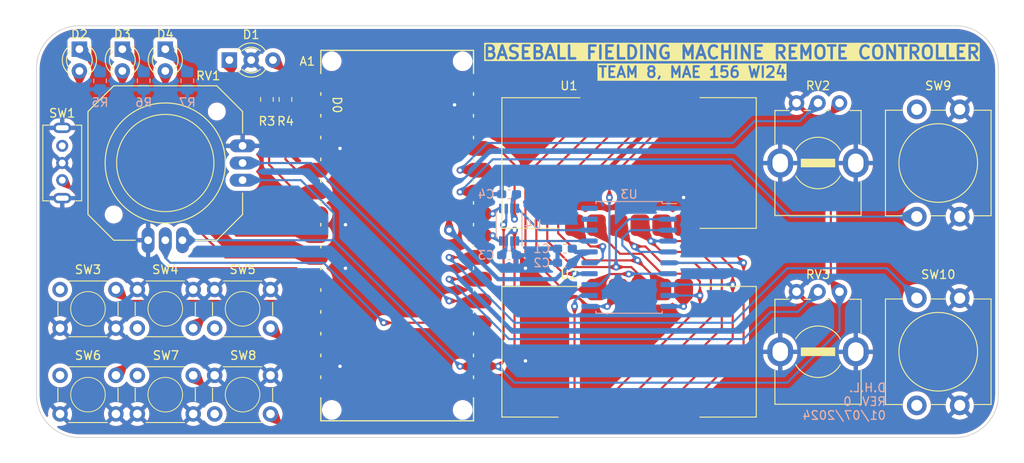
<source format=kicad_pcb>
(kicad_pcb (version 20221018) (generator pcbnew)
  (title_block (title "Remote Controller V1") (date "2024-01-01") (rev "0"))
  (layers (0 "F.Cu" signal) (31 "B.Cu" signal) (34 "B.Paste" user) (35 "F.Paste" user) (36 "B.SilkS" user "B.Silkscreen") (37 "F.SilkS" user "F.Silkscreen") (38 "B.Mask" user) (39 "F.Mask" user) (44 "Edge.Cuts" user))
  (net 0 "")
  (net 4 "GND")
  (net 6 "/CLK")
  (net 7 "/DIO")
  (net 8 "+5V")
  (net 10 "/GRID1")
  (net 11 "/SEG8")
  (net 12 "/SEG4")
  (net 13 "/SEG3")
  (net 14 "/SEG7")
  (net 15 "/SEG5")
  (net 16 "/GRID3")
  (net 17 "/SEG2")
  (net 18 "/SEG1")
  (net 19 "/GRID2")
  (net 20 "/SEG6")
  (net 21 "/GRID4")
  (net 22 "/GRID6")
  (net 23 "/GRID5")
  (net 27 "+3.3V")
  (net 28 "/A7")
  (net 29 "/A6")
  (net 30 "/A3")
  (net 31 "/A2")
  (net 32 "/A1")
  (net 33 "/A0")
  (net 34 "Net-(D2-K)")
  (net 35 "Net-(D3-K)")
  (net 36 "Net-(D4-K)")
  (net 37 "Net-(D1-A1)")
  (net 38 "Net-(D1-A2)")
  (net 39 "/D13")
  (net 40 "/D12")
  (net 41 "/D11")
  (net 42 "/D10")
  (net 43 "/D9")
  (net 44 "/D8")
  (net 45 "/D7")
  (net 46 "/D6")
  (net 47 "/D5")
  (net 48 "/D4")
  (net 49 "/D3")
  (net 50 "/D2")
  (net 51 "/CLK_5V")
  (net 52 "/DIO_5V")
  (net 53 "/OE")
  (footprint "Footprint Library:SW_PUSH_CUI_TS02-66-xxx-BK-xxx-xxx-D" (layer "F.Cu") (at 111.75 103.75)
    (fp_text reference "SW5" (at 3.25 -2.32) (layer "F.SilkS"))
    (fp_text value "TS12-66")
    (pad "1" thru_hole circle (at 0 0 90) (size 1.8 1.8) (drill 1) (layers "*.Cu" "*.Mask") (net 4 "GND"))
    (pad "1" thru_hole circle (at 6.5 0 90) (size 1.8 1.8) (drill 1) (layers "*.Cu" "*.Mask") (net 4 "GND"))
    (pad "2" thru_hole circle (at 0 4.5 90) (size 1.8 1.8) (drill 1) (layers "*.Cu" "*.Mask") (net 42 "/D10"))
    (pad "2" thru_hole circle (at 6.5 4.5 90) (size 1.8 1.8) (drill 1) (layers "*.Cu" "*.Mask") (net 42 "/D10"))
  )
  (footprint "Resistor_SMD:R_0805_2012Metric_Pad1.20x1.40mm_HandSolder" (layer "F.Cu") (at 119.995 81.585 90)
    (fp_text reference "R4" (at -2.54 0 180) (layer "F.SilkS"))
    (fp_text value "52.3")
    (pad "1" smd roundrect (at -1 0 90) (size 1.2 1.4) (layers "F.Cu" "F.Paste" "F.Mask") (roundrect_rratio 0.2083333333) (net 50 "/D2"))
    (pad "2" smd roundrect (at 1 0 90) (size 1.2 1.4) (layers "F.Cu" "F.Paste" "F.Mask") (roundrect_rratio 0.2083333333) (net 38 "Net-(D1-A2)"))
  )
  (footprint "Footprint Library:ChromeLED_SDTx39xx2W" (layer "F.Cu") (at 160 89)
    (fp_text reference "U1" (at -7 -9 unlocked) (layer "F.SilkS"))
    (fp_text value "SDTx39xx2W")
    (pad "1" smd roundrect (at -6.35 7.25) (size 2.2 2.5) (layers "F.Cu" "F.Paste" "F.Mask") (net 10 "/GRID1"))
    (pad "2" smd roundrect (at -3.81 7.25) (size 2.2 2.5) (layers "F.Cu" "F.Paste" "F.Mask") (net 11 "/SEG8"))
    (pad "3" smd roundrect (at -1.27 7.25) (size 2.2 2.5) (layers "F.Cu" "F.Paste" "F.Mask") (net 12 "/SEG4"))
    (pad "4" smd roundrect (at 1.27 7.25) (size 2.2 2.5) (layers "F.Cu" "F.Paste" "F.Mask") (net 13 "/SEG3"))
    (pad "5" smd roundrect (at 3.81 7.25) (size 2.2 2.5) (layers "F.Cu" "F.Paste" "F.Mask") (net 14 "/SEG7"))
    (pad "6" smd roundrect (at 6.35 7.25) (size 2.2 2.5) (layers "F.Cu" "F.Paste" "F.Mask") (net 15 "/SEG5"))
    (pad "7" smd roundrect (at 6.35 -7.25) (size 2.2 2.5) (layers "F.Cu" "F.Paste" "F.Mask") (net 16 "/GRID3"))
    (pad "8" smd roundrect (at 3.81 -7.25) (size 2.2 2.5) (layers "F.Cu" "F.Paste" "F.Mask") (net 17 "/SEG2"))
    (pad "9" smd roundrect (at 1.27 -7.25) (size 2.2 2.5) (layers "F.Cu" "F.Paste" "F.Mask") (net 18 "/SEG1"))
    (pad "10" smd roundrect (at -1.27 -7.25) (size 2.2 2.5) (layers "F.Cu" "F.Paste" "F.Mask") (net 19 "/GRID2"))
    (pad "11" smd roundrect (at -3.81 -7.25) (size 2.2 2.5) (layers "F.Cu" "F.Paste" "F.Mask") (net 20 "/SEG6"))
  )
  (footprint "Resistor_SMD:R_0805_2012Metric_Pad1.20x1.40mm_HandSolder" (layer "F.Cu") (at 117.836 81.585 90)
    (fp_text reference "R3" (at -2.54 0 180) (layer "F.SilkS"))
    (fp_text value "52.3")
    (pad "1" smd roundrect (at -1 0 90) (size 1.2 1.4) (layers "F.Cu" "F.Paste" "F.Mask") (roundrect_rratio 0.2083333333) (net 49 "/D3"))
    (pad "2" smd roundrect (at 1 0 90) (size 1.2 1.4) (layers "F.Cu" "F.Paste" "F.Mask") (roundrect_rratio 0.2083333333) (net 37 "Net-(D1-A1)"))
  )
  (footprint "Footprint Library:SW_PUSH-CUI-TS12-1212-xxx-BK-xxx-SCR-D" (layer "F.Cu") (at 193.5 117.25 90)
    (fp_text reference "SW10" (at 15.25 2.5 180) (layer "F.SilkS"))
    (fp_text value "TS12-1212")
    (pad "1" thru_hole circle (at 0 0 90) (size 2.3 2.3) (drill 1.3) (layers "*.Cu" "*.Mask") (net 30 "/A3"))
    (pad "1" thru_hole circle (at 12.5 0 90) (size 2.3 2.3) (drill 1.3) (layers "*.Cu" "*.Mask") (net 30 "/A3"))
    (pad "2" thru_hole circle (at 0 5 90) (size 2.3 2.3) (drill 1.3) (layers "*.Cu" "*.Mask") (net 4 "GND"))
    (pad "2" thru_hole circle (at 12.5 5 90) (size 2.3 2.3) (drill 1.3) (layers "*.Cu" "*.Mask") (net 4 "GND"))
  )
  (footprint "Footprint Library:SW_PUSH-CUI-TS12-1212-xxx-BK-xxx-SCR-D" (layer "F.Cu") (at 193.5 95.25 90)
    (fp_text reference "SW9" (at 15.25 2.5 180) (layer "F.SilkS"))
    (fp_text value "TS12-1212")
    (pad "1" thru_hole circle (at 0 0 90) (size 2.3 2.3) (drill 1.3) (layers "*.Cu" "*.Mask") (net 29 "/A6"))
    (pad "1" thru_hole circle (at 12.5 0 90) (size 2.3 2.3) (drill 1.3) (layers "*.Cu" "*.Mask") (net 29 "/A6"))
    (pad "2" thru_hole circle (at 0 5 90) (size 2.3 2.3) (drill 1.3) (layers "*.Cu" "*.Mask") (net 4 "GND"))
    (pad "2" thru_hole circle (at 12.5 5 90) (size 2.3 2.3) (drill 1.3) (layers "*.Cu" "*.Mask") (net 4 "GND"))
  )
  (footprint "LED_THT:LED_D3.0mm-3" (layer "F.Cu") (at 113.46 77)
    (fp_text reference "D1" (at 2.54 -2.96) (layer "F.SilkS"))
    (fp_text value "LTL1BEKVJNN")
    (pad "1" thru_hole rect (at 0 0) (size 1.8 1.8) (drill 0.9) (layers "*.Cu" "*.Mask") (net 37 "Net-(D1-A1)"))
    (pad "2" thru_hole circle (at 2.54 0) (size 1.8 1.8) (drill 0.9) (layers "*.Cu" "*.Mask") (net 4 "GND"))
    (pad "3" thru_hole circle (at 5.08 0) (size 1.8 1.8) (drill 0.9) (layers "*.Cu" "*.Mask") (net 38 "Net-(D1-A2)"))
  )
  (footprint "Footprint Library:SW_PUSH_CUI_TS02-66-xxx-BK-xxx-xxx-D" (layer "F.Cu") (at 93.75 103.75)
    (fp_text reference "SW3" (at 3.25 -2.32) (layer "F.SilkS"))
    (fp_text value "TS12-66")
    (pad "1" thru_hole circle (at 0 0 90) (size 1.8 1.8) (drill 1) (layers "*.Cu" "*.Mask") (net 44 "/D8"))
    (pad "1" thru_hole circle (at 6.5 0 90) (size 1.8 1.8) (drill 1) (layers "*.Cu" "*.Mask") (net 44 "/D8"))
    (pad "2" thru_hole circle (at 0 4.5 90) (size 1.8 1.8) (drill 1) (layers "*.Cu" "*.Mask") (net 4 "GND"))
    (pad "2" thru_hole circle (at 6.5 4.5 90) (size 1.8 1.8) (drill 1) (layers "*.Cu" "*.Mask") (net 4 "GND"))
  )
  (footprint "LED_THT:LED_D3.0mm" (layer "F.Cu") (at 96 75.73 -90)
    (fp_text reference "D2" (at -1.73 0 -180) (layer "F.SilkS"))
    (fp_text value "151031")
    (pad "1" thru_hole rect (at 0 0 270) (size 1.8 1.8) (drill 0.9) (layers "*.Cu" "*.Mask") (net 34 "Net-(D2-K)"))
    (pad "2" thru_hole circle (at 2.54 0 270) (size 1.8 1.8) (drill 0.9) (layers "*.Cu" "*.Mask") (net 46 "/D6"))
  )
  (footprint "Footprint Library:Potentiometer_CUI_PT01-Dxxxx-xxxx" (layer "F.Cu") (at 184.5 82 -90)
    (fp_text reference "RV2" (at -2 2.5 -180) (layer "F.SilkS"))
    (fp_text value "PT01-D")
    (pad "" smd rect (at 7 2.5 270) (size 1 4) (layers "F.SilkS"))
    (pad "1" thru_hole circle (at 0 0 270) (size 1.8 1.8) (drill 1) (layers "*.Cu" "*.Mask") (net 27 "+3.3V"))
    (pad "2" thru_hole circle (at 0 2.5 270) (size 1.8 1.8) (drill 1) (layers "*.Cu" "*.Mask") (net 28 "/A7"))
    (pad "3" thru_hole circle (at 0 5 270) (size 1.8 1.8) (drill 1) (layers "*.Cu" "*.Mask") (net 4 "GND"))
    (pad "3" thru_hole oval (at 7 -1.9 270) (size 3.4 3) (drill oval 2.2 1.8) (layers "*.Cu" "*.Mask") (net 4 "GND"))
    (pad "3" thru_hole oval (at 7 6.9 270) (size 3.4 3) (drill oval 2.2 1.8) (layers "*.Cu" "*.Mask") (net 4 "GND"))
  )
  (footprint "PCM_arduino-library:Arduino_Nano_ESP32_Tile" (layer "F.Cu") (at 133 119.05)
    (fp_text reference "A1" (at -10.465 -41.91) (layer "F.SilkS"))
    (fp_text value "Arduino_Nano_ESP32_Tile")
    (fp_text user "D0" (at -7 -36.83 -90 unlocked) (layer "F.SilkS"))
    (pad "" np_thru_hole circle (at -7.62 -41.91) (size 1.8 1.8) (drill 1.8) (layers "F&B.Cu" "*.Mask"))
    (pad "" np_thru_hole circle (at -7.62 -1.27) (size 1.8 1.8) (drill 1.8) (layers "F&B.Cu" "*.Mask"))
    (pad "" np_thru_hole circle (at 7.62 -41.91) (size 1.8 1.8) (drill 1.8) (layers "F&B.Cu" "*.Mask"))
    (pad "" np_thru_hole circle (at 7.62 -1.27) (size 1.8 1.8) (drill 1.8) (layers "F&B.Cu" "*.Mask"))
    (pad "3V3" smd oval (at 9.525 -6.35) (size 2.9972 1.7272) (layers "F.Cu" "F.Paste" "F.Mask") (net 27 "+3.3V"))
    (pad "5V" smd oval (at 9.525 -31.75) (size 2.9972 1.7272) (layers "F.Cu" "F.Paste" "F.Mask") (net 8 "+5V"))
    (pad "A0" smd oval (at 9.525 -11.43) (size 2.9972 1.7272) (layers "F.Cu" "F.Paste" "F.Mask") (net 33 "/A0"))
    (pad "A1" smd oval (at 9.525 -13.97) (size 2.9972 1.7272) (layers "F.Cu" "F.Paste" "F.Mask") (net 32 "/A1"))
    (pad "A2" smd oval (at 9.525 -16.51) (size 2.9972 1.7272) (layers "F.Cu" "F.Paste" "F.Mask") (net 31 "/A2"))
    (pad "A3" smd oval (at 9.525 -19.05) (size 2.9972 1.7272) (layers "F.Cu" "F.Paste" "F.Mask") (net 30 "/A3"))
    (pad "A4" smd oval (at 9.525 -21.59) (size 2.9972 1.7272) (layers "F.Cu" "F.Paste" "F.Mask") (net 7 "/DIO"))
    (pad "A5" smd oval (at 9.525 -24.13) (size 2.9972 1.7272) (layers "F.Cu" "F.Paste" "F.Mask") (net 6 "/CLK"))
    (pad "A6" smd oval (at 9.525 -26.67) (size 2.9972 1.7272) (layers "F.Cu" "F.Paste" "F.Mask") (net 29 "/A6"))
    (pad "A7" smd oval (at 9.525 -29.21) (size 2.9972 1.7272) (layers "F.Cu" "F.Paste" "F.Mask") (net 28 "/A7"))
    (pad "B0" smd oval (at 9.525 -8.89) (size 2.9972 1.7272) (layers "F.Cu" "F.Paste" "F.Mask") (net 53 "/OE"))
    (pad "B1" smd oval (at 9.525 -34.29) (size 2.9972 1.7272) (layers "F.Cu" "F.Paste" "F.Mask"))
    (pad "D0" smd oval (at -9.525 -36.83) (size 2.9972 1.7272) (layers "F.Cu" "F.Paste" "F.Mask"))
    (pad "D1" smd oval (at -9.525 -39.37) (size 2.9972 1.7272) (layers "F.Cu" "F.Paste" "F.Mask"))
    (pad "D2" smd oval (at -9.525 -29.21) (size 2.9972 1.7272) (layers "F.Cu" "F.Paste" "F.Mask") (net 50 "/D2"))
    (pad "D3" smd oval (at -9.525 -26.67) (size 2.9972 1.7272) (layers "F.Cu" "F.Paste" "F.Mask") (net 49 "/D3"))
    (pad "D4" smd oval (at -9.525 -24.13) (size 2.9972 1.7272) (layers "F.Cu" "F.Paste" "F.Mask") (net 48 "/D4"))
    (pad "D5" smd oval (at -9.525 -21.59) (size 2.9972 1.7272) (layers "F.Cu" "F.Paste" "F.Mask") (net 47 "/D5"))
    (pad "D6" smd oval (at -9.525 -19.05) (size 2.9972 1.7272) (layers "F.Cu" "F.Paste" "F.Mask") (net 46 "/D6"))
    (pad "D7" smd oval (at -9.525 -16.51) (size 2.9972 1.7272) (layers "F.Cu" "F.Paste" "F.Mask") (net 45 "/D7"))
    (pad "D8" smd oval (at -9.525 -13.97) (size 2.9972 1.7272) (layers "F.Cu" "F.Paste" "F.Mask") (net 44 "/D8"))
    (pad "D9" smd oval (at -9.525 -11.43) (size 2.9972 1.7272) (layers "F.Cu" "F.Paste" "F.Mask") (net 43 "/D9"))
    (pad "D10" smd oval (at -9.525 -8.89) (size 2.9972 1.7272) (layers "F.Cu" "F.Paste" "F.Mask") (net 42 "/D10"))
    (pad "D11" smd oval (at -9.525 -6.35) (size 2.9972 1.7272) (layers "F.Cu" "F.Paste" "F.Mask") (net 41 "/D11"))
    (pad "D12" smd oval (at -9.525 -3.81) (size 2.9972 1.7272) (layers "F.Cu" "F.Paste" "F.Mask") (net 40 "/D12"))
    (pad "D13" smd oval (at 9.525 -3.81) (size 2.9972 1.7272) (layers "F.Cu" "F.Paste" "F.Mask") (net 39 "/D13"))
    (pad "GND1" smd rect (at -9.525 -31.75) (size 2.9972 1.7272) (layers "F.Cu" "F.Paste" "F.Mask") (net 4 "GND"))
    (pad "GND2" smd rect (at 9.525 -36.83) (size 2.9972 1.7272) (layers "F.Cu" "F.Paste" "F.Mask") (net 4 "GND"))
    (pad "RST" smd oval (at -9.525 -34.29) (size 2.9972 1.7272) (layers "F.Cu" "F.Paste" "F.Mask"))
    (pad "VIN" smd oval (at 9.525 -39.37) (size 2.9972 1.7272) (layers "F.Cu" "F.Paste" "F.Mask"))
  )
  (footprint "Footprint Library:SW_Slide_SPDT_CK_OS102011MS2Qxxx" (layer "F.Cu") (at 94 87)
    (fp_text reference "SW1" (at 0 -3.81 unlocked) (layer "F.SilkS"))
    (fp_text value "OS102011MS2Qxxx")
    (pad "1" thru_hole circle (at 0 0) (size 1.4 1.4) (drill 0.8) (layers "*.Cu" "*.Mask"))
    (pad "2" thru_hole oval (at 0 -2.1) (size 2.1 1.2) (drill oval 1.5 0.6) (layers "*.Cu" "*.Mask") (net 4 "GND"))
    (pad "2" thru_hole circle (at 0 2) (size 1.4 1.4) (drill 0.8) (layers "*.Cu" "*.Mask") (net 4 "GND"))
    (pad "2" thru_hole oval (at 0 6.1) (size 2.1 1.2) (drill oval 1.5 0.6) (layers "*.Cu" "*.Mask") (net 4 "GND"))
    (pad "3" thru_hole circle (at 0 4) (size 1.4 1.4) (drill 0.8) (layers "*.Cu" "*.Mask") (net 45 "/D7"))
  )
  (footprint "Footprint Library:SW_PUSH_CUI_TS02-66-xxx-BK-xxx-xxx-D" (layer "F.Cu") (at 102.75 113.75)
    (fp_text reference "SW7" (at 3.325 -2.32) (layer "F.SilkS"))
    (fp_text value "TS12-66")
    (pad "1" thru_hole circle (at 0 0 90) (size 1.8 1.8) (drill 1) (layers "*.Cu" "*.Mask") (net 40 "/D12"))
    (pad "1" thru_hole circle (at 6.5 0 90) (size 1.8 1.8) (drill 1) (layers "*.Cu" "*.Mask") (net 40 "/D12"))
    (pad "2" thru_hole circle (at 0 4.5 90) (size 1.8 1.8) (drill 1) (layers "*.Cu" "*.Mask") (net 4 "GND"))
    (pad "2" thru_hole circle (at 6.5 4.5 90) (size 1.8 1.8) (drill 1) (layers "*.Cu" "*.Mask") (net 4 "GND"))
  )
  (footprint "Footprint Library:ChromeLED_SDTx39xx2W" (layer "F.Cu") (at 160 111)
    (fp_text reference "U2" (at -7 -9 unlocked) (layer "F.SilkS"))
    (fp_text value "SDTx39xx2W")
    (pad "1" smd roundrect (at -6.35 7.25) (size 2.2 2.5) (layers "F.Cu" "F.Paste" "F.Mask") (net 21 "/GRID4"))
    (pad "2" smd roundrect (at -3.81 7.25) (size 2.2 2.5) (layers "F.Cu" "F.Paste" "F.Mask") (net 11 "/SEG8"))
    (pad "3" smd roundrect (at -1.27 7.25) (size 2.2 2.5) (layers "F.Cu" "F.Paste" "F.Mask") (net 12 "/SEG4"))
    (pad "4" smd roundrect (at 1.27 7.25) (size 2.2 2.5) (layers "F.Cu" "F.Paste" "F.Mask") (net 13 "/SEG3"))
    (pad "5" smd roundrect (at 3.81 7.25) (size 2.2 2.5) (layers "F.Cu" "F.Paste" "F.Mask") (net 14 "/SEG7"))
    (pad "6" smd roundrect (at 6.35 7.25) (size 2.2 2.5) (layers "F.Cu" "F.Paste" "F.Mask") (net 15 "/SEG5"))
    (pad "7" smd roundrect (at 6.35 -7.25) (size 2.2 2.5) (layers "F.Cu" "F.Paste" "F.Mask") (net 22 "/GRID6"))
    (pad "8" smd roundrect (at 3.81 -7.25) (size 2.2 2.5) (layers "F.Cu" "F.Paste" "F.Mask") (net 17 "/SEG2"))
    (pad "9" smd roundrect (at 1.27 -7.25) (size 2.2 2.5) (layers "F.Cu" "F.Paste" "F.Mask") (net 18 "/SEG1"))
    (pad "10" smd roundrect (at -1.27 -7.25) (size 2.2 2.5) (layers "F.Cu" "F.Paste" "F.Mask") (net 23 "/GRID5"))
    (pad "11" smd roundrect (at -3.81 -7.25) (size 2.2 2.5) (layers "F.Cu" "F.Paste" "F.Mask") (net 20 "/SEG6"))
  )
  (footprint "Footprint Library:Joystick_Analog_XY_Adafruit_2765" (layer "F.Cu") (at 106 89)
    (fp_text reference "RV1" (at 5 -10.16 unlocked) (layer "F.SilkS"))
    (fp_text value "2765")
    (pad "" np_thru_hole circle (at -6 6 270) (size 1.6 1.6) (drill 1.6) (layers "*.Cu" "*.Mask"))
    (pad "" np_thru_hole circle (at 6 -6 270) (size 1.6 1.6) (drill 1.6) (layers "*.Cu" "*.Mask"))
    (pad "1" thru_hole oval (at 9 -2) (size 3 1.5) (drill 0.9) (layers "*.Cu" "*.Mask") (net 4 "GND"))
    (pad "2" thru_hole oval (at 9 0) (size 3 1.5) (drill 0.9) (layers "*.Cu" "*.Mask") (net 32 "/A1"))
    (pad "3" thru_hole oval (at 9 2) (size 3 1.5) (drill 0.9) (layers "*.Cu" "*.Mask") (net 27 "+3.3V"))
    (pad "4" thru_hole oval (at -2 9 270) (size 3 1.5) (drill 0.9) (layers "*.Cu" "*.Mask") (net 4 "GND"))
    (pad "5" thru_hole oval (at 0 9 270) (size 3 1.5) (drill 0.9) (layers "*.Cu" "*.Mask") (net 33 "/A0"))
    (pad "6" thru_hole oval (at 2 9 270) (size 3 1.5) (drill 0.9) (layers "*.Cu" "*.Mask") (net 27 "+3.3V"))
  )
  (footprint "Footprint Library:SW_PUSH_CUI_TS02-66-xxx-BK-xxx-xxx-D" (layer "F.Cu") (at 93.75 113.75)
    (fp_text reference "SW6" (at 3.25 -2.32) (layer "F.SilkS"))
    (fp_text value "TS12-66")
    (pad "1" thru_hole circle (at 0 0 90) (size 1.8 1.8) (drill 1) (layers "*.Cu" "*.Mask") (net 41 "/D11"))
    (pad "1" thru_hole circle (at 6.5 0 90) (size 1.8 1.8) (drill 1) (layers "*.Cu" "*.Mask") (net 41 "/D11"))
    (pad "2" thru_hole circle (at 0 4.5 90) (size 1.8 1.8) (drill 1) (layers "*.Cu" "*.Mask") (net 4 "GND"))
    (pad "2" thru_hole circle (at 6.5 4.5 90) (size 1.8 1.8) (drill 1) (layers "*.Cu" "*.Mask") (net 4 "GND"))
  )
  (footprint "LED_THT:LED_D3.0mm" (layer "F.Cu") (at 101 75.73 -90)
    (fp_text reference "D3" (at -1.73 0 -180) (layer "F.SilkS"))
    (fp_text value "151031")
    (pad "1" thru_hole rect (at 0 0 270) (size 1.8 1.8) (drill 0.9) (layers "*.Cu" "*.Mask") (net 35 "Net-(D3-K)"))
    (pad "2" thru_hole circle (at 2.54 0 270) (size 1.8 1.8) (drill 0.9) (layers "*.Cu" "*.Mask") (net 47 "/D5"))
  )
  (footprint "Footprint Library:SW_PUSH_CUI_TS02-66-xxx-BK-xxx-xxx-D" (layer "F.Cu") (at 111.75 113.75)
    (fp_text reference "SW8" (at 3.325 -2.32) (layer "F.SilkS"))
    (fp_text value "TS12-66")
    (pad "1" thru_hole circle (at 0 0 90) (size 1.8 1.8) (drill 1) (layers "*.Cu" "*.Mask") (net 4 "GND"))
    (pad "1" thru_hole circle (at 6.5 0 90) (size 1.8 1.8) (drill 1) (layers "*.Cu" "*.Mask") (net 4 "GND"))
    (pad "2" thru_hole circle (at 0 4.5 90) (size 1.8 1.8) (drill 1) (layers "*.Cu" "*.Mask") (net 39 "/D13"))
    (pad "2" thru_hole circle (at 6.5 4.5 90) (size 1.8 1.8) (drill 1) (layers "*.Cu" "*.Mask") (net 39 "/D13"))
  )
  (footprint "LED_THT:LED_D3.0mm" (layer "F.Cu") (at 106 75.73 -90)
    (fp_text reference "D4" (at -1.73 0 -180) (layer "F.SilkS"))
    (fp_text value "151031")
    (pad "1" thru_hole rect (at 0 0 270) (size 1.8 1.8) (drill 0.9) (layers "*.Cu" "*.Mask") (net 36 "Net-(D4-K)"))
    (pad "2" thru_hole circle (at 2.54 0 270) (size 1.8 1.8) (drill 0.9) (layers "*.Cu" "*.Mask") (net 48 "/D4"))
  )
  (footprint "Footprint Library:SW_PUSH_CUI_TS02-66-xxx-BK-xxx-xxx-D" (layer "F.Cu") (at 102.75 103.75)
    (fp_text reference "SW4" (at 3.25 -2.32) (layer "F.SilkS"))
    (fp_text value "TS12-66")
    (pad "1" thru_hole circle (at 0 0 90) (size 1.8 1.8) (drill 1) (layers "*.Cu" "*.Mask") (net 4 "GND"))
    (pad "1" thru_hole circle (at 6.5 0 90) (size 1.8 1.8) (drill 1) (layers "*.Cu" "*.Mask") (net 4 "GND"))
    (pad "2" thru_hole circle (at 0 4.5 90) (size 1.8 1.8) (drill 1) (layers "*.Cu" "*.Mask") (net 43 "/D9"))
    (pad "2" thru_hole circle (at 6.5 4.5 90) (size 1.8 1.8) (drill 1) (layers "*.Cu" "*.Mask") (net 43 "/D9"))
  )
  (footprint "Footprint Library:Potentiometer_CUI_PT01-Dxxxx-xxxx" (layer "F.Cu") (at 184.5 104 -90)
    (fp_text reference "RV3" (at -2 2.5 -180) (layer "F.SilkS"))
    (fp_text value "PT01-D")
    (pad "" smd rect (at 7 2.5 270) (size 1 4) (layers "F.SilkS"))
    (pad "1" thru_hole circle (at 0 0 270) (size 1.8 1.8) (drill 1) (layers "*.Cu" "*.Mask") (net 27 "+3.3V"))
    (pad "2" thru_hole circle (at 0 2.5 270) (size 1.8 1.8) (drill 1) (layers "*.Cu" "*.Mask") (net 31 "/A2"))
    (pad "3" thru_hole circle (at 0 5 270) (size 1.8 1.8) (drill 1) (layers "*.Cu" "*.Mask") (net 4 "GND"))
    (pad "3" thru_hole oval (at 7 -1.9 270) (size 3.4 3) (drill oval 2.2 1.8) (layers "*.Cu" "*.Mask") (net 4 "GND"))
    (pad "3" thru_hole oval (at 7 6.9 270) (size 3.4 3) (drill oval 2.2 1.8) (layers "*.Cu" "*.Mask") (net 4 "GND"))
  )
  (footprint "Capacitor_SMD:C_0603_1608Metric_Pad1.08x0.95mm_HandSolder" (layer "B.Cu") (at 146.03 92.634 180)
    (fp_text reference "C4" (at 2.667 0 180) (layer "B.SilkS") (effects (justify mirror)))
    (fp_text value "0.1u")
    (pad "1" smd roundrect (at -0.8625 0 180) (size 1.075 0.95) (layers "B.Cu" "B.Paste" "B.Mask") (net 8 "+5V"))
    (pad "2" smd roundrect (at 0.8625 0 180) (size 1.075 0.95) (layers "B.Cu" "B.Paste" "B.Mask") (net 4 "GND"))
  )
  (footprint "Footprint Library:SSOP-8_2.95x2.8mm_P0.65mm" (layer "B.Cu") (at 146.03 96.19 90)
    (fp_text reference "U4" (at 0 2.794 unlocked) (layer "B.SilkS") (effects (justify mirror)))
    (fp_text value "TXS0102DCTR")
    (pad "1" smd roundrect (at -1.9 0.975 180) (size 0.4 1.1) (layers "B.Cu" "B.Paste" "B.Mask") (net 52 "/DIO_5V"))
    (pad "2" smd roundrect (at -1.9 0.325 180) (size 0.4 1.1) (layers "B.Cu" "B.Paste" "B.Mask") (net 4 "GND"))
    (pad "3" smd roundrect (at -1.9 -0.325 180) (size 0.4 1.1) (layers "B.Cu" "B.Paste" "B.Mask") (net 27 "+3.3V"))
    (pad "4" smd roundrect (at -1.9 -0.975 180) (size 0.4 1.1) (layers "B.Cu" "B.Paste" "B.Mask") (net 7 "/DIO"))
    (pad "5" smd roundrect (at 1.9 -0.975 180) (size 0.4 1.1) (layers "B.Cu" "B.Paste" "B.Mask") (net 6 "/CLK"))
    (pad "6" smd roundrect (at 1.9 -0.325 180) (size 0.4 1.1) (layers "B.Cu" "B.Paste" "B.Mask") (net 53 "/OE"))
    (pad "7" smd roundrect (at 1.9 0.325 180) (size 0.4 1.1) (layers "B.Cu" "B.Paste" "B.Mask") (net 8 "+5V"))
    (pad "8" smd roundrect (at 1.9 0.975 180) (size 0.4 1.1) (layers "B.Cu" "B.Paste" "B.Mask") (net 51 "/CLK_5V"))
  )
  (footprint "Package_SO:SOP-20_7.5x12.8mm_P1.27mm" (layer "B.Cu") (at 160 100 180)
    (fp_text reference "U3" (at 0 7.35) (layer "B.SilkS") (effects (justify mirror)))
    (fp_text value "TM1637")
    (pad "1" smd roundrect (at -4.6 5.715 180) (size 1.9 0.6) (layers "B.Cu" "B.Paste" "B.Mask") (net 4 "GND"))
    (pad "2" smd roundrect (at -4.6 4.445 180) (size 1.9 0.6) (layers "B.Cu" "B.Paste" "B.Mask") (net 18 "/SEG1"))
    (pad "3" smd roundrect (at -4.6 3.175 180) (size 1.9 0.6) (layers "B.Cu" "B.Paste" "B.Mask") (net 17 "/SEG2"))
    (pad "4" smd roundrect (at -4.6 1.905 180) (size 1.9 0.6) (layers "B.Cu" "B.Paste" "B.Mask") (net 13 "/SEG3"))
    (pad "5" smd roundrect (at -4.6 0.635 180) (size 1.9 0.6) (layers "B.Cu" "B.Paste" "B.Mask") (net 12 "/SEG4"))
    (pad "6" smd roundrect (at -4.6 -0.635 180) (size 1.9 0.6) (layers "B.Cu" "B.Paste" "B.Mask") (net 15 "/SEG5"))
    (pad "7" smd roundrect (at -4.6 -1.905 180) (size 1.9 0.6) (layers "B.Cu" "B.Paste" "B.Mask") (net 20 "/SEG6"))
    (pad "8" smd roundrect (at -4.6 -3.175 180) (size 1.9 0.6) (layers "B.Cu" "B.Paste" "B.Mask") (net 14 "/SEG7"))
    (pad "9" smd roundrect (at -4.6 -4.445 180) (size 1.9 0.6) (layers "B.Cu" "B.Paste" "B.Mask") (net 11 "/SEG8"))
    (pad "10" smd roundrect (at -4.6 -5.715 180) (size 1.9 0.6) (layers "B.Cu" "B.Paste" "B.Mask") (net 22 "/GRID6"))
    (pad "11" smd roundrect (at 4.6 -5.715 180) (size 1.9 0.6) (layers "B.Cu" "B.Paste" "B.Mask") (net 23 "/GRID5"))
    (pad "12" smd roundrect (at 4.6 -4.445 180) (size 1.9 0.6) (layers "B.Cu" "B.Paste" "B.Mask") (net 21 "/GRID4"))
    (pad "13" smd roundrect (at 4.6 -3.175 180) (size 1.9 0.6) (layers "B.Cu" "B.Paste" "B.Mask") (net 16 "/GRID3"))
    (pad "14" smd roundrect (at 4.6 -1.905 180) (size 1.9 0.6) (layers "B.Cu" "B.Paste" "B.Mask") (net 19 "/GRID2"))
    (pad "15" smd roundrect (at 4.6 -0.635 180) (size 1.9 0.6) (layers "B.Cu" "B.Paste" "B.Mask") (net 10 "/GRID1"))
    (pad "16" smd roundrect (at 4.6 0.635 180) (size 1.9 0.6) (layers "B.Cu" "B.Paste" "B.Mask") (net 8 "+5V"))
    (pad "17" smd roundrect (at 4.6 1.905 180) (size 1.9 0.6) (layers "B.Cu" "B.Paste" "B.Mask") (net 52 "/DIO_5V"))
    (pad "18" smd roundrect (at 4.6 3.175 180) (size 1.9 0.6) (layers "B.Cu" "B.Paste" "B.Mask") (net 51 "/CLK_5V"))
    (pad "19" smd roundrect (at 4.6 4.445 180) (size 1.9 0.6) (layers "B.Cu" "B.Paste" "B.Mask"))
    (pad "20" smd roundrect (at 4.6 5.715 180) (size 1.9 0.6) (layers "B.Cu" "B.Paste" "B.Mask"))
  )
  (footprint "Resistor_SMD:R_0805_2012Metric_Pad1.20x1.40mm_HandSolder" (layer "B.Cu") (at 98.405 79.41 -90)
    (fp_text reference "R5" (at 2.54 0 -180) (layer "B.SilkS") (effects (justify mirror)))
    (fp_text value "52.3")
    (pad "1" smd roundrect (at -1 0 270) (size 1.2 1.4) (layers "B.Cu" "B.Paste" "B.Mask") (roundrect_rratio 0.2083333333) (net 34 "Net-(D2-K)"))
    (pad "2" smd roundrect (at 1 0 270) (size 1.2 1.4) (layers "B.Cu" "B.Paste" "B.Mask") (roundrect_rratio 0.2083333333) (net 4 "GND"))
  )
  (footprint "Capacitor_SMD:C_0603_1608Metric_Pad1.08x0.95mm_HandSolder" (layer "B.Cu") (at 146.03 99.746)
    (fp_text reference "C3" (at -2.667 0 180) (layer "B.SilkS") (effects (justify mirror)))
    (fp_text value "0.1u")
    (pad "1" smd roundrect (at -0.8625 0) (size 1.075 0.95) (layers "B.Cu" "B.Paste" "B.Mask") (net 27 "+3.3V"))
    (pad "2" smd roundrect (at 0.8625 0) (size 1.075 0.95) (layers "B.Cu" "B.Paste" "B.Mask") (net 4 "GND"))
  )
  (footprint "Resistor_SMD:R_0805_2012Metric_Pad1.20x1.40mm_HandSolder" (layer "B.Cu") (at 103.485 79.41 -90)
    (fp_text reference "R6" (at 2.54 0 -180) (layer "B.SilkS") (effects (justify mirror)))
    (fp_text value "52.3")
    (pad "1" smd roundrect (at -1 0 270) (size 1.2 1.4) (layers "B.Cu" "B.Paste" "B.Mask") (roundrect_rratio 0.2083333333) (net 35 "Net-(D3-K)"))
    (pad "2" smd roundrect (at 1 0 270) (size 1.2 1.4) (layers "B.Cu" "B.Paste" "B.Mask") (roundrect_rratio 0.2083333333) (net 4 "GND"))
  )
  (footprint "Capacitor_SMD:C_0603_1608Metric_Pad1.08x0.95mm_HandSolder" (layer "B.Cu") (at 152.5335 98.984 180)
    (fp_text reference "C1" (at 2.6935 0) (layer "B.SilkS") (effects (justify mirror)))
    (fp_text value "104")
    (pad "1" smd roundrect (at -0.8625 0 180) (size 1.075 0.95) (layers "B.Cu" "B.Paste" "B.Mask") (net 8 "+5V"))
    (pad "2" smd roundrect (at 0.8625 0 180) (size 1.075 0.95) (layers "B.Cu" "B.Paste" "B.Mask") (net 4 "GND"))
  )
  (footprint "Resistor_SMD:R_0805_2012Metric_Pad1.20x1.40mm_HandSolder" (layer "B.Cu") (at 108.565 79.41 -90)
    (fp_text reference "R7" (at 2.54 0 -180) (layer "B.SilkS") (effects (justify mirror)))
    (fp_text value "52.3")
    (pad "1" smd roundrect (at -1 0 270) (size 1.2 1.4) (layers "B.Cu" "B.Paste" "B.Mask") (roundrect_rratio 0.2083333333) (net 36 "Net-(D4-K)"))
    (pad "2" smd roundrect (at 1 0 270) (size 1.2 1.4) (layers "B.Cu" "B.Paste" "B.Mask") (roundrect_rratio 0.2083333333) (net 4 "GND"))
  )
  (footprint "Capacitor_SMD:C_0603_1608Metric_Pad1.08x0.95mm_HandSolder" (layer "B.Cu") (at 152.5335 100.635 180)
    (fp_text reference "C2" (at 2.6935 0) (layer "B.SilkS") (effects (justify mirror)))
    (fp_text value "100u")
    (pad "1" smd roundrect (at -0.8625 0 180) (size 1.075 0.95) (layers "B.Cu" "B.Paste" "B.Mask") (net 8 "+5V"))
    (pad "2" smd roundrect (at 0.8625 0 180) (size 1.075 0.95) (layers "B.Cu" "B.Paste" "B.Mask") (net 4 "GND"))
  )
  (gr_arc (start 198 73) (mid 201.535534 74.464466) (end 203 78) (stroke (width 0.1)) (layer "Edge.Cuts"))
  (gr_line (start 91 78) (end 91 116) (stroke (width 0.1)) (layer "Edge.Cuts"))
  (gr_arc (start 203 116) (mid 201.535534 119.535534) (end 198 121) (stroke (width 0.1)) (layer "Edge.Cuts"))
  (gr_arc (start 91 78) (mid 92.464466 74.464466) (end 96 73) (stroke (width 0.1)) (layer "Edge.Cuts"))
  (gr_line (start 198 73) (end 96 73) (stroke (width 0.1)) (layer "Edge.Cuts"))
  (gr_line (start 96 121) (end 198 121) (stroke (width 0.1)) (layer "Edge.Cuts"))
  (gr_line (start 203 116) (end 203 78) (stroke (width 0.1)) (layer "Edge.Cuts"))
  (gr_arc (start 96 121) (mid 92.464466 119.535534) (end 91 116) (stroke (width 0.1)) (layer "Edge.Cuts"))
  (gr_text "D.H.L.\nREV. 0\n01/07/2024" (at 190 119) (layer "B.SilkS") (effects (font (size 1 1)) (justify left bottom mirror)))
  (gr_text "BASEBALL FIELDING MACHINE REMOTE CONTROLLER" (at 201 77) (layer "F.SilkS" knockout) (effects (font (size 1.5 1.5) (thickness 0.3) bold) (justify right bottom)))
  (gr_text "TEAM 8, MAE 156 WI24" (at 178.415 78.41) (layer "F.SilkS" knockout) (effects (font (size 1.25 1.25) (thickness 0.25) bold) (justify right)))
  (via (at 126.98 96.19) (size 0.8) (drill 0.4) (layers "F.Cu" "B.Cu") (net 4))
  (via (at 166.35 93.015) (size 0.8) (drill 0.4) (layers "F.Cu" "B.Cu") (net 4))
  (via (at 147.935 101.27) (size 0.8) (drill 0.4) (layers "F.Cu" "B.Cu") (net 4))
  (via (at 126.345 87.3) (size 0.8) (drill 0.4) (layers "F.Cu" "B.Cu") (net 4))
  (via (at 147.935 112.065) (size 0.8) (drill 0.4) (layers "F.Cu" "B.Cu") (net 4))
  (via (at 126.98 101.27) (size 0.8) (drill 0.4) (layers "F.Cu" "B.Cu") (net 4))
  (via (at 139.68 82.22) (size 0.8) (drill 0.4) (layers "F.Cu" "B.Cu") (net 4))
  (via (at 126.345 112.7) (size 0.8) (drill 0.4) (layers "F.Cu" "B.Cu") (net 4))
  (segment (start 146.355 99.2085) (end 146.8925 99.746) (width 0.25) (layer "B.Cu") (net 4))
  (segment (start 146.355 98.09) (end 146.355 99.2085) (width 0.25) (layer "B.Cu") (net 4))
  (segment (start 144.125 94.92) (end 142.525 94.92) (width 0.25) (layer "F.Cu") (net 6))
  (via (at 144.125 94.92) (size 0.8) (drill 0.4) (layers "F.Cu" "B.Cu") (net 6))
  (segment (start 144.125 94.92) (end 144.755 94.29) (width 0.25) (layer "B.Cu") (net 6))
  (segment (start 144.755 94.29) (end 145.055 94.29) (width 0.25) (layer "B.Cu") (net 6))
  (segment (start 144.125 97.46) (end 142.525 97.46) (width 0.25) (layer "F.Cu") (net 7))
  (via (at 144.125 97.46) (size 0.8) (drill 0.4) (layers "F.Cu" "B.Cu") (net 7))
  (segment (start 144.755 98.09) (end 145.055 98.09) (width 0.25) (layer "B.Cu") (net 7))
  (segment (start 144.125 97.46) (end 144.755 98.09) (width 0.25) (layer "B.Cu") (net 7))
  (segment (start 144.76 87.3) (end 142.525 87.3) (width 0.25) (layer "F.Cu") (net 8))
  (segment (start 139.045 88.57) (end 140.315 87.3) (width 0.5) (layer "F.Cu") (net 8))
  (segment (start 146.665 89.205) (end 144.76 87.3) (width 0.25) (layer "F.Cu") (net 8))
  (segment (start 140.315 87.3) (end 142.525 87.3) (width 0.5) (layer "F.Cu") (net 8))
  (segment (start 139.045 96.825) (end 139.045 88.57) (width 0.5) (layer "F.Cu") (net 8))
  (segment (start 146.665 95.555) (end 146.665 89.205) (width 0.25) (layer "F.Cu") (net 8))
  (via (at 139.045 96.825) (size 1.2) (drill 0.6) (layers "F.Cu" "B.Cu") (net 8))
  (via (at 146.665 95.555) (size 0.8) (drill 0.4) (layers "F.Cu" "B.Cu") (net 8))
  (segment (start 151.491 102.54) (end 153.396 100.635) (width 0.5) (layer "B.Cu") (net 8))
  (segment (start 146.355 94.29) (end 146.355 95.245) (width 0.25) (layer "B.Cu") (net 8))
  (segment (start 153.777 99.365) (end 153.396 98.984) (width 0.5) (layer "B.Cu") (net 8))
  (segment (start 155.4 99.365) (end 154.666 99.365) (width 0.5) (layer "B.Cu") (net 8))
  (segment (start 146.355 95.245) (end 146.665 95.555) (width 0.25) (layer "B.Cu") (net 8))
  (segment (start 144.76 102.54) (end 151.491 102.54) (width 0.5) (layer "B.Cu") (net 8))
  (segment (start 139.045 96.825) (end 144.76 102.54) (width 0.5) (layer "B.Cu") (net 8))
  (segment (start 146.355 93.1715) (end 146.8925 92.634) (width 0.25) (layer "B.Cu") (net 8))
  (segment (start 154.666 99.365) (end 153.396 100.635) (width 0.5) (layer "B.Cu") (net 8))
  (segment (start 155.4 99.365) (end 153.777 99.365) (width 0.5) (layer "B.Cu") (net 8))
  (segment (start 146.355 94.29) (end 146.355 93.1715) (width 0.25) (layer "B.Cu") (net 8))
  (segment (start 153.65 96.866283) (end 153.65 96.25) (width 0.25) (layer "F.Cu") (net 10))
  (segment (start 155.512434 98.728717) (end 153.65 96.866283) (width 0.25) (layer "F.Cu") (net 10))
  (segment (start 156.9395 98.728717) (end 155.512434 98.728717) (width 0.25) (layer "F.Cu") (net 10))
  (via (at 156.9395 98.728717) (size 0.8) (drill 0.4) (layers "F.Cu" "B.Cu") (net 10))
  (segment (start 156.9395 98.728717) (end 156.9395 100.0455) (width 0.25) (layer "B.Cu") (net 10))
  (segment (start 156.9395 100.0455) (end 156.35 100.635) (width 0.25) (layer "B.Cu") (net 10))
  (segment (start 156.35 100.635) (end 155.4 100.635) (width 0.25) (layer "B.Cu") (net 10))
  (segment (start 168.255 105.715) (end 156.19 117.78) (width 0.25) (layer "F.Cu") (net 11))
  (segment (start 158.945 99.58) (end 156.19 96.825) (width 0.25) (layer "F.Cu") (net 11))
  (segment (start 168.255 102.818426) (end 167.341574 101.905) (width 0.25) (layer "F.Cu") (net 11))
  (segment (start 163.81 101.905) (end 161.485 99.58) (width 0.25) (layer "F.Cu") (net 11))
  (segment (start 167.341574 101.905) (end 163.81 101.905) (width 0.25) (layer "F.Cu") (net 11))
  (segment (start 161.485 99.58) (end 158.945 99.58) (width 0.25) (layer "F.Cu") (net 11))
  (segment (start 168.255 104.445) (end 168.255 102.818426) (width 0.25) (layer "F.Cu") (net 11))
  (segment (start 168.255 104.445) (end 168.255 105.715) (width 0.25) (layer "F.Cu") (net 11))
  (segment (start 156.19 96.825) (end 156.19 96.25) (width 0.25) (layer "F.Cu") (net 11))
  (segment (start 156.19 117.78) (end 156.19 118.25) (width 0.25) (layer "F.Cu") (net 11))
  (via (at 168.255 104.445) (size 0.8) (drill 0.4) (layers "F.Cu" "B.Cu") (net 11))
  (segment (start 168.255 104.445) (end 164.6 104.445) (width 0.25) (layer "B.Cu") (net 11))
  (segment (start 169.525 102.54) (end 169.525 106.985) (width 0.25) (layer "F.Cu") (net 12))
  (segment (start 160.615 98.73) (end 158.73 96.845) (width 0.25) (layer "F.Cu") (net 12))
  (segment (start 161.905 98.73) (end 163.81 100.635) (width 0.25) (layer "F.Cu") (net 12))
  (segment (start 158.73 117.78) (end 158.73 118.25) (width 0.25) (layer "F.Cu") (net 12))
  (segment (start 158.73 96.845) (end 158.73 96.25) (width 0.25) (layer "F.Cu") (net 12))
  (segment (start 167.62 100.635) (end 169.525 102.54) (width 0.25) (layer "F.Cu") (net 12))
  (segment (start 163.81 100.635) (end 167.62 100.635) (width 0.25) (layer "F.Cu") (net 12))
  (segment (start 160.615 98.73) (end 161.905 98.73) (width 0.25) (layer "F.Cu") (net 12))
  (segment (start 169.525 106.985) (end 158.73 117.78) (width 0.25) (layer "F.Cu") (net 12))
  (via (at 160.615 98.73) (size 0.8) (drill 0.4) (layers "F.Cu" "B.Cu") (net 12))
  (segment (start 160.615 98.73) (end 161.25 99.365) (width 0.25) (layer "B.Cu") (net 12))
  (segment (start 161.25 99.365) (end 164.6 99.365) (width 0.25) (layer "B.Cu") (net 12))
  (segment (start 170.795 108.255) (end 161.27 117.78) (width 0.25) (layer "F.Cu") (net 13))
  (segment (start 161.27 96.825) (end 161.27 96.25) (width 0.25) (layer "F.Cu") (net 13))
  (segment (start 170.795 101.905) (end 170.795 108.255) (width 0.25) (layer "F.Cu") (net 13))
  (segment (start 162.54 98.095) (end 161.27 96.825) (width 0.25) (layer "F.Cu") (net 13))
  (segment (start 162.54 98.095) (end 163.81 99.365) (width 0.25) (layer "F.Cu") (net 13))
  (segment (start 161.27 117.78) (end 161.27 118.25) (width 0.25) (layer "F.Cu") (net 13))
  (segment (start 168.255 99.365) (end 170.795 101.905) (width 0.25) (layer "F.Cu") (net 13))
  (segment (start 163.81 99.365) (end 168.255 99.365) (width 0.25) (layer "F.Cu") (net 13))
  (via (at 162.54 98.095) (size 0.8) (drill 0.4) (layers "F.Cu" "B.Cu") (net 13))
  (segment (start 162.54 98.095) (end 164.6 98.095) (width 0.25) (layer "B.Cu") (net 13))
  (segment (start 163.81 117.78) (end 163.81 118.25) (width 0.25) (layer "F.Cu") (net 14))
  (segment (start 172.065 103.175) (end 172.065 101.27) (width 0.25) (layer "F.Cu") (net 14))
  (segment (start 172.065 109.525) (end 163.81 117.78) (width 0.25) (layer "F.Cu") (net 14))
  (segment (start 172.065 103.175) (end 172.065 109.525) (width 0.25) (layer "F.Cu") (net 14))
  (segment (start 168.89 98.095) (end 165.040926 98.095) (width 0.25) (layer "F.Cu") (net 14))
  (segment (start 165.040926 98.095) (end 163.81 96.864074) (width 0.25) (layer "F.Cu") (net 14))
  (segment (start 163.81 96.864074) (end 163.81 96.25) (width 0.25) (layer "F.Cu") (net 14))
  (segment (start 172.065 101.27) (end 168.89 98.095) (width 0.25) (layer "F.Cu") (net 14))
  (via (at 172.065 103.175) (size 0.8) (drill 0.4) (layers "F.Cu" "B.Cu") (net 14))
  (segment (start 172.065 103.175) (end 164.6 103.175) (width 0.25) (layer "B.Cu") (net 14))
  (segment (start 173.335 100.635) (end 168.95 96.25) (width 0.25) (layer "F.Cu") (net 15))
  (segment (start 168.95 96.25) (end 166.35 96.25) (width 0.25) (layer "F.Cu") (net 15))
  (segment (start 166.35 117.78) (end 166.35 118.25) (width 0.25) (layer "F.Cu") (net 15))
  (segment (start 173.335 110.795) (end 166.35 117.78) (width 0.25) (layer "F.Cu") (net 15))
  (segment (start 173.335 100.635) (end 173.335 110.795) (width 0.25) (layer "F.Cu") (net 15))
  (via (at 173.335 100.635) (size 0.8) (drill 0.4) (layers "F.Cu" "B.Cu") (net 15))
  (segment (start 173.335 100.635) (end 164.6 100.635) (width 0.25) (layer "B.Cu") (net 15))
  (segment (start 166.35 82.22) (end 166.35 81.75) (width 0.25) (layer "F.Cu") (net 16))
  (segment (start 157.714 93.015) (end 157.714 90.856) (width 0.25) (layer "F.Cu") (net 16))
  (segment (start 157.714 90.856) (end 166.35 82.22) (width 0.25) (layer "F.Cu") (net 16))
  (via (at 157.714 93.015) (size 0.8) (drill 0.4) (layers "F.Cu" "B.Cu") (net 16))
  (segment (start 157.714 93.015) (end 157.714 102.0485) (width 0.25) (layer "B.Cu") (net 16))
  (segment (start 157.714 102.0485) (end 156.5875 103.175) (width 0.25) (layer "B.Cu") (net 16))
  (segment (start 156.5875 103.175) (end 155.4 103.175) (width 0.25) (layer "B.Cu") (net 16))
  (segment (start 163.81 82.22) (end 163.81 81.75) (width 0.25) (layer "F.Cu") (net 17))
  (segment (start 160.99 100.355) (end 154.918426 100.355) (width 0.25) (layer "F.Cu") (net 17))
  (segment (start 163.81 103.175) (end 163.81 103.75) (width 0.25) (layer "F.Cu") (net 17))
  (segment (start 154.918426 100.355) (end 151.745 97.181574) (width 0.25) (layer "F.Cu") (net 17))
  (segment (start 151.745 97.181574) (end 151.745 94.285) (width 0.25) (layer "F.Cu") (net 17))
  (segment (start 151.745 94.285) (end 163.81 82.22) (width 0.25) (layer "F.Cu") (net 17))
  (segment (start 160.99 100.355) (end 163.81 103.175) (width 0.25) (layer "F.Cu") (net 17))
  (via (at 160.99 100.355) (size 0.8) (drill 0.4) (layers "F.Cu" "B.Cu") (net 17))
  (segment (start 160.173984 96.825) (end 164.6 96.825) (width 0.25) (layer "B.Cu") (net 17))
  (segment (start 159.215 97.783984) (end 160.173984 96.825) (width 0.25) (layer "B.Cu") (net 17))
  (segment (start 160.99 100.355) (end 159.215 98.58) (width 0.25) (layer "B.Cu") (net 17))
  (segment (start 159.215 98.58) (end 159.215 97.783984) (width 0.25) (layer "B.Cu") (net 17))
  (segment (start 150.475 98.095) (end 150.475 93.015) (width 0.25) (layer "F.Cu") (net 18))
  (segment (start 161.27 82.22) (end 161.27 81.75) (width 0.25) (layer "F.Cu") (net 18))
  (segment (start 153.51 101.13) (end 150.475 98.095) (width 0.25) (layer "F.Cu") (net 18))
  (segment (start 161.27 102.145942) (end 161.27 103.75) (width 0.25) (layer "F.Cu") (net 18))
  (segment (start 158.4885 101.13) (end 153.51 101.13) (width 0.25) (layer "F.Cu") (net 18))
  (segment (start 160.254058 101.13) (end 161.27 102.145942) (width 0.25) (layer "F.Cu") (net 18))
  (segment (start 158.4885 101.13) (end 160.254058 101.13) (width 0.25) (layer "F.Cu") (net 18))
  (segment (start 150.475 93.015) (end 161.27 82.22) (width 0.25) (layer "F.Cu") (net 18))
  (via (at 158.4885 101.13) (size 0.8) (drill 0.4) (layers "F.Cu" "B.Cu") (net 18))
  (segment (start 158.4885 101.13) (end 158.476 101.1175) (width 0.25) (layer "B.Cu") (net 18))
  (segment (start 158.476 101.1175) (end 158.476 97.079) (width 0.25) (layer "B.Cu") (net 18))
  (segment (start 158.476 97.079) (end 160 95.555) (width 0.25) (layer "B.Cu") (net 18))
  (segment (start 160 95.555) (end 164.6 95.555) (width 0.25) (layer "B.Cu") (net 18))
  (segment (start 149.205 98.73) (end 149.205 91.745) (width 0.25) (layer "F.Cu") (net 19))
  (segment (start 152.38 101.905) (end 149.205 98.73) (width 0.25) (layer "F.Cu") (net 19))
  (segment (start 149.205 91.745) (end 158.73 82.22) (width 0.25) (layer "F.Cu") (net 19))
  (segment (start 153.65 101.905) (end 152.38 101.905) (width 0.25) (layer "F.Cu") (net 19))
  (segment (start 158.73 82.22) (end 158.73 81.75) (width 0.25) (layer "F.Cu") (net 19))
  (via (at 153.65 101.905) (size 0.8) (drill 0.4) (layers "F.Cu" "B.Cu") (net 19))
  (segment (start 153.65 101.905) (end 155.4 101.905) (width 0.25) (layer "B.Cu") (net 19))
  (segment (start 159.969845 101.941803) (end 157.701623 101.941803) (width 0.25) (layer "F.Cu") (net 20))
  (segment (start 156.19 103.75) (end 152.32 103.75) (width 0.25) (layer "F.Cu") (net 20))
  (segment (start 157.701623 101.941803) (end 156.19 103.453426) (width 0.25) (layer "F.Cu") (net 20))
  (segment (start 147.935 99.365) (end 147.935 90.475) (width 0.25) (layer "F.Cu") (net 20))
  (segment (start 156.19 82.22) (end 156.19 81.75) (width 0.25) (layer "F.Cu") (net 20))
  (segment (start 147.935 90.475) (end 156.19 82.22) (width 0.25) (layer "F.Cu") (net 20))
  (segment (start 156.19 103.453426) (end 156.19 103.75) (width 0.25) (layer "F.Cu") (net 20))
  (segment (start 152.32 103.75) (end 147.935 99.365) (width 0.25) (layer "F.Cu") (net 20))
  (via (at 159.969845 101.941803) (size 0.8) (drill 0.4) (layers "F.Cu" "B.Cu") (net 20))
  (segment (start 159.969845 101.941803) (end 160.006648 101.905) (width 0.25) (layer "B.Cu") (net 20))
  (segment (start 160.006648 101.905) (end 164.6 101.905) (width 0.25) (layer "B.Cu") (net 20))
  (segment (start 153.65 118.25) (end 153.65 105.715) (width 0.25) (layer "F.Cu") (net 21))
  (via (at 153.65 105.715) (size 0.8) (drill 0.4) (layers "F.Cu" "B.Cu") (net 21))
  (segment (start 154.285 104.445) (end 155.4 104.445) (width 0.25) (layer "B.Cu") (net 21))
  (segment (start 153.65 105.715) (end 153.65 105.08) (width 0.25) (layer "B.Cu") (net 21))
  (segment (start 153.65 105.08) (end 154.285 104.445) (width 0.25) (layer "B.Cu") (net 21))
  (segment (start 166.35 103.75) (end 166.35 105.715) (width 0.25) (layer "F.Cu") (net 22))
  (via (at 166.35 105.715) (size 0.8) (drill 0.4) (layers "F.Cu" "B.Cu") (net 22))
  (segment (start 166.35 105.715) (end 164.6 105.715) (width 0.25) (layer "B.Cu") (net 22))
  (segment (start 158.73 103.75) (end 158.73 104.445) (width 0.25) (layer "F.Cu") (net 23))
  (segment (start 158.73 104.445) (end 157.46 105.715) (width 0.25) (layer "F.Cu") (net 23))
  (via (at 157.46 105.715) (size 0.8) (drill 0.4) (layers "F.Cu" "B.Cu") (net 23))
  (segment (start 157.46 105.715) (end 155.4 105.715) (width 0.25) (layer "B.Cu") (net 23))
  (segment (start 142.525 112.7) (end 140.315 112.7) (width 0.25) (layer "F.Cu") (net 27))
  (segment (start 144.76 112.7) (end 142.525 112.7) (width 0.25) (layer "F.Cu") (net 27))
  (segment (start 184.5 104) (end 183.495 102.995) (width 0.25) (layer "F.Cu") (net 27))
  (segment (start 144.76 112.7) (end 146.665 110.795) (width 0.25) (layer "F.Cu") (net 27))
  (segment (start 183.495 83.005) (end 184.5 82) (width 0.25) (layer "F.Cu") (net 27))
  (segment (start 146.665 110.795) (end 146.665 96.825) (width 0.25) (layer "F.Cu") (net 27))
  (segment (start 183.495 102.995) (end 183.495 83.005) (width 0.25) (layer "F.Cu") (net 27))
  (via (at 140.315 112.7) (size 0.8) (drill 0.4) (layers "F.Cu" "B.Cu") (net 27))
  (via (at 146.665 96.825) (size 0.8) (drill 0.4) (layers "F.Cu" "B.Cu") (net 27))
  (via (at 144.76 112.7) (size 0.8) (drill 0.4) (layers "F.Cu" "B.Cu") (net 27))
  (segment (start 125.615 94.825) (end 121.79 91) (width 0.25) (layer "B.Cu") (net 27))
  (segment (start 140.315 112.7) (end 125.615 98) (width 0.25) (layer "B.Cu") (net 27))
  (segment (start 146.665 114.605) (end 178.415 114.605) (width 0.25) (layer "B.Cu") (net 27))
  (segment (start 145.705 97.518246) (end 145.705 98.09) (width 0.25) (layer "B.Cu") (net 27))
  (segment (start 121.79 91) (end 115 91) (width 0.25) (layer "B.Cu") (net 27))
  (segment (start 146.398246 96.825) (end 145.705 97.518246) (width 0.25) (layer "B.Cu") (net 27))
  (segment (start 125.615 98) (end 125.615 94.825) (width 0.25) (layer "B.Cu") (net 27))
  (segment (start 144.76 112.7) (end 146.665 114.605) (width 0.25) (layer "B.Cu") (net 27))
  (segment (start 125.615 98) (end 108 98) (width 0.25) (layer "B.Cu") (net 27))
  (segment (start 145.705 99.2085) (end 145.1675 99.746) (width 0.25) (layer "B.Cu") (net 27))
  (segment (start 178.415 114.605) (end 184.5 108.52) (width 0.25) (layer "B.Cu") (net 27))
  (segment (start 145.705 98.09) (end 145.705 99.2085) (width 0.25) (layer "B.Cu") (net 27))
  (segment (start 184.5 108.52) (end 184.5 104) (width 0.25) (layer "B.Cu") (net 27))
  (segment (start 146.665 96.825) (end 146.398246 96.825) (width 0.25) (layer "B.Cu") (net 27))
  (segment (start 142.525 89.84) (end 140.315 89.84) (width 0.25) (layer "F.Cu") (net 28))
  (via (at 140.315 89.84) (size 0.8) (drill 0.4) (layers "F.Cu" "B.Cu") (net 28))
  (segment (start 179.875 84.125) (end 182 82) (width 0.25) (layer "B.Cu") (net 28))
  (segment (start 174.605 84.125) (end 179.875 84.125) (width 0.25) (layer "B.Cu") (net 28))
  (segment (start 143.49 86.665) (end 172.065 86.665) (width 0.25) (layer "B.Cu") (net 28))
  (segment (start 140.315 89.84) (end 143.49 86.665) (width 0.25) (layer "B.Cu") (net 28))
  (segment (start 172.065 86.665) (end 174.605 84.125) (width 0.25) (layer "B.Cu") (net 28))
  (segment (start 140.315 92.38) (end 142.525 92.38) (width 0.25) (layer "F.Cu") (net 29))
  (via (at 140.315 92.38) (size 0.8) (drill 0.4) (layers "F.Cu" "B.Cu") (net 29))
  (segment (start 193.5 95.25) (end 178.745 95.25) (width 0.25) (layer "B.Cu") (net 29))
  (segment (start 144.125 88.57) (end 140.315 92.38) (width 0.25) (layer "B.Cu") (net 29))
  (segment (start 172.065 88.57) (end 144.125 88.57) (width 0.25) (layer "B.Cu") (net 29))
  (segment (start 178.745 95.25) (end 172.065 88.57) (width 0.25) (layer "B.Cu") (net 29))
  (segment (start 139.045 100) (end 142.525 100) (width 0.25) (layer "F.Cu") (net 30))
  (via (at 139.045 100) (size 0.8) (drill 0.4) (layers "F.Cu" "B.Cu") (net 30))
  (segment (start 146.665 107.62) (end 172.065 107.62) (width 0.25) (layer "B.Cu") (net 30))
  (segment (start 190.02 101.27) (end 193.5 104.75) (width 0.25) (layer "B.Cu") (net 30))
  (segment (start 172.065 107.62) (end 178.415 101.27) (width 0.25) (layer "B.Cu") (net 30))
  (segment (start 178.415 101.27) (end 190.02 101.27) (width 0.25) (layer "B.Cu") (net 30))
  (segment (start 139.045 100) (end 146.665 107.62) (width 0.25) (layer "B.Cu") (net 30))
  (segment (start 139.045 102.54) (end 142.525 102.54) (width 0.25) (layer "F.Cu") (net 31))
  (via (at 139.045 102.54) (size 0.8) (drill 0.4) (layers "F.Cu" "B.Cu") (net 31))
  (segment (start 173.335 109.525) (end 176.51 106.35) (width 0.25) (layer "B.Cu") (net 31))
  (segment (start 146.03 109.525) (end 173.335 109.525) (width 0.25) (layer "B.Cu") (net 31))
  (segment (start 176.51 106.35) (end 179.65 106.35) (width 0.25) (layer "B.Cu") (net 31))
  (segment (start 179.65 106.35) (end 182 104) (width 0.25) (layer "B.Cu") (net 31))
  (segment (start 139.045 102.54) (end 146.03 109.525) (width 0.25) (layer "B.Cu") (net 31))
  (segment (start 139.045 105.08) (end 142.525 105.08) (width 0.25) (layer "F.Cu") (net 32))
  (via (at 139.045 105.08) (size 0.8) (drill 0.4) (layers "F.Cu" "B.Cu") (net 32))
  (segment (start 122.965 89) (end 115 89) (width 0.25) (layer "B.Cu") (net 32))
  (segment (start 139.045 105.08) (end 122.965 89) (width 0.25) (layer "B.Cu") (net 32))
  (segment (start 131.425 107.62) (end 142.525 107.62) (width 0.25) (layer "F.Cu") (net 33))
  (via (at 131.425 107.62) (size 0.8) (drill 0.4) (layers "F.Cu" "B.Cu") (net 33))
  (segment (start 124.44 100.635) (end 106.581904 100.635) (width 0.25) (layer "B.Cu") (net 33))
  (segment (start 106.581904 100.635) (end 106 100.053096) (width 0.25) (layer "B.Cu") (net 33))
  (segment (start 106 100.053096) (end 106 98) (width 0.25) (layer "B.Cu") (net 33))
  (segment (start 131.425 107.62) (end 124.44 100.635) (width 0.25) (layer "B.Cu") (net 33))
  (segment (start 98.405 78.135) (end 98.405 78.41) (width 0.25) (layer "B.Cu") (net 34))
  (segment (start 96 75.73) (end 98.405 78.135) (width 0.25) (layer "B.Cu") (net 34))
  (segment (start 101 75.73) (end 103.485 78.215) (width 0.25) (layer "B.Cu") (net 35))
  (segment (start 103.485 78.215) (end 103.485 78.41) (width 0.25) (layer "B.Cu") (net 35))
  (segment (start 106 75.73) (end 108.565 78.295) (width 0.25) (layer "B.Cu") (net 36))
  (segment (start 108.565 78.295) (end 108.565 78.41) (width 0.25) (layer "B.Cu") (net 36))
  (segment (start 115.7975 80.585) (end 113.46 78.2475) (width 0.25) (layer "F.Cu") (net 37))
  (segment (start 113.46 78.2475) (end 113.46 77) (width 0.25) (layer "F.Cu") (net 37))
  (segment (start 117.836 80.585) (end 115.7975 80.585) (width 0.25) (layer "F.Cu") (net 37))
  (segment (start 119.995 78.455) (end 118.54 77) (width 0.25) (layer "F.Cu") (net 38))
  (segment (start 119.995 80.585) (end 119.995 78.455) (width 0.25) (layer "F.Cu") (net 38))
  (segment (start 119.685 119.685) (end 141.585 119.685) (width 0.25) (layer "F.Cu") (net 39))
  (segment (start 141.585 119.685) (end 142.525 118.745) (width 0.25) (layer "F.Cu") (net 39))
  (segment (start 118.25 118.25) (end 119.685 119.685) (width 0.25) (layer "F.Cu") (net 39))
  (segment (start 142.525 118.745) (end 142.525 115.24) (width 0.25) (layer "F.Cu") (net 39))
  (segment (start 110.74 115.24) (end 123.475 115.24) (width 0.25) (layer "F.Cu") (net 40))
  (segment (start 109.25 113.75) (end 110.74 115.24) (width 0.25) (layer "F.Cu") (net 40))
  (segment (start 100.25 113.75) (end 101.935 112.065) (width 0.25) (layer "F.Cu") (net 41))
  (segment (start 122.84 112.065) (end 123.475 112.7) (width 0.25) (layer "F.Cu") (net 41))
  (segment (start 101.935 112.065) (end 122.84 112.065) (width 0.25) (layer "F.Cu") (net 41))
  (segment (start 123.475 110.16) (end 120.16 110.16) (width 0.25) (layer "F.Cu") (net 42))
  (segment (start 120.16 110.16) (end 118.25 108.25) (width 0.25) (layer "F.Cu") (net 42))
  (segment (start 109.25 108.25) (end 111.15 106.35) (width 0.25) (layer "F.Cu") (net 43))
  (segment (start 122.535 107.62) (end 123.475 107.62) (width 0.25) (layer "F.Cu") (net 43))
  (segment (start 111.15 106.35) (end 121.265 106.35) (width 0.25) (layer "F.Cu") (net 43))
  (segment (start 121.265 106.35) (end 122.535 107.62) (width 0.25) (layer "F.Cu") (net 43))
  (segment (start 101.58 105.08) (end 100.25 103.75) (width 0.25) (layer "F.Cu") (net 44))
  (segment (start 123.475 105.08) (end 101.58 105.08) (width 0.25) (layer "F.Cu") (net 44))
  (segment (start 123.475 102.54) (end 122.535 102.54) (width 0.25) (layer "F.Cu") (net 45))
  (segment (start 104.27 101.27) (end 94 91) (width 0.25) (layer "F.Cu") (net 45))
  (segment (start 122.535 102.54) (end 121.265 101.27) (width 0.25) (layer "F.Cu") (net 45))
  (segment (start 121.265 101.27) (end 104.27 101.27) (width 0.25) (layer "F.Cu") (net 45))
  (segment (start 123.475 100) (end 113.01 100) (width 0.25) (layer "F.Cu") (net 46))
  (segment (start 96 82.99) (end 96 78.27) (width 0.25) (layer "F.Cu") (net 46))
  (segment (start 113.01 100) (end 96 82.99) (width 0.25) (layer "F.Cu") (net 46))
  (segment (start 114.28 97.46) (end 101 84.18) (width 0.25) (layer "F.Cu") (net 47))
  (segment (start 101 84.18) (end 101 78.27) (width 0.25) (layer "F.Cu") (net 47))
  (segment (start 123.475 97.46) (end 114.28 97.46) (width 0.25) (layer "F.Cu") (net 47))
  (segment (start 123.475 94.92) (end 115.55 94.92) (width 0.25) (layer "F.Cu") (net 48))
  (segment (start 115.55 94.92) (end 106 85.37) (width 0.25) (layer "F.Cu") (net 48))
  (segment (start 106 85.37) (end 106 78.27) (width 0.25) (layer "F.Cu") (net 48))
  (segment (start 123.475 92.38) (end 121.265 92.38) (width 0.25) (layer "F.Cu") (net 49))
  (segment (start 118.09 89.205) (end 118.09 82.839) (width 0.25) (layer "F.Cu") (net 49))
  (segment (start 121.265 92.38) (end 118.09 89.205) (width 0.25) (layer "F.Cu") (net 49))
  (segment (start 118.09 82.839) (end 117.836 82.585) (width 0.25) (layer "F.Cu") (net 49))
  (segment (start 123.475 89.84) (end 121.265 89.84) (width 0.25) (layer "F.Cu") (net 50))
  (segment (start 119.995 88.57) (end 119.995 82.585) (width 0.25) (layer "F.Cu") (net 50))
  (segment (start 121.265 89.84) (end 119.995 88.57) (width 0.25) (layer "F.Cu") (net 50))
  (segment (start 149.54 96.825) (end 155.4 96.825) (width 0.25) (layer "B.Cu") (net 51))
  (segment (start 147.005 94.29) (end 149.54 96.825) (width 0.25) (layer "B.Cu") (net 51))
  (segment (start 147.005 98.09) (end 155.395 98.09) (width 0.25) (layer "B.Cu") (net 52))
  (segment (start 155.395 98.09) (end 155.4 98.095) (width 0.25) (layer "B.Cu") (net 52))
  (segment (start 145.395 109.525) (end 144.76 110.16) (width 0.25) (layer "F.Cu") (net 53))
  (segment (start 144.76 110.16) (end 142.525 110.16) (width 0.25) (layer "F.Cu") (net 53))
  (segment (start 145.395 96.19) (end 145.395 109.525) (width 0.25) (layer "F.Cu") (net 53))
  (via (at 145.395 96.19) (size 0.8) (drill 0.4) (layers "F.Cu" "B.Cu") (net 53))
  (segment (start 145.705 95.88) (end 145.705 94.29) (width 0.25) (layer "B.Cu") (net 53))
  (segment (start 145.395 96.19) (end 145.705 95.88) (width 0.25) (layer "B.Cu") (net 53))
  (zone (net 4) (net_name "GND") (layer "F.Cu") (connect_pads (clearance 0.5)) (min_thickness 0.25) (fill yes (thermal_gap 0.5) (thermal_bridge_width 0.5))
    (polygon (pts (xy 88 124) (xy 88 70) (xy 206 70) (xy 206 124)))
  )
  (zone (net 4) (net_name "GND") (layer "B.Cu") (priority 1) (connect_pads (clearance 0.5)) (min_thickness 0.25) (fill yes (thermal_gap 0.5) (thermal_bridge_width 0.5))
    (polygon (pts (xy 88 124) (xy 88 70) (xy 206 70) (xy 206 124)))
  )
)
</source>
